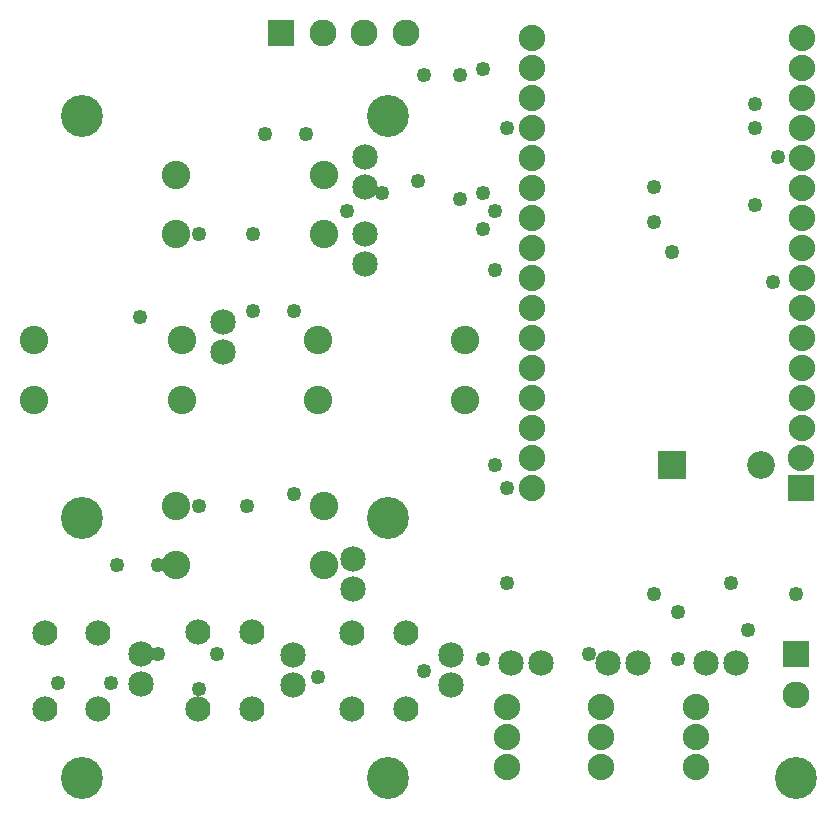
<source format=gbs>
G04 MADE WITH FRITZING*
G04 WWW.FRITZING.ORG*
G04 DOUBLE SIDED*
G04 HOLES PLATED*
G04 CONTOUR ON CENTER OF CONTOUR VECTOR*
%ASAXBY*%
%FSLAX23Y23*%
%MOIN*%
%OFA0B0*%
%SFA1.0B1.0*%
%ADD10C,0.088000*%
%ADD11C,0.049370*%
%ADD12C,0.090000*%
%ADD13C,0.092000*%
%ADD14C,0.085000*%
%ADD15C,0.095000*%
%ADD16C,0.084000*%
%ADD17C,0.139921*%
%ADD18R,0.088000X0.088000*%
%ADD19R,0.090000X0.090000*%
%ADD20R,0.092000X0.092000*%
%LNMASK0*%
G90*
G70*
G54D10*
X2649Y1065D03*
X1750Y1064D03*
X2649Y1165D03*
X1750Y1164D03*
X2650Y1264D03*
X1750Y1264D03*
X2650Y1364D03*
X1750Y1364D03*
X2650Y1464D03*
X1750Y1464D03*
X2650Y1564D03*
X1750Y1564D03*
X2650Y1664D03*
X1750Y1664D03*
X2650Y1764D03*
X1750Y1764D03*
X2650Y1864D03*
X1750Y1864D03*
X2650Y1964D03*
X1750Y1964D03*
X2650Y2064D03*
X1750Y2064D03*
X2650Y2164D03*
X1750Y2164D03*
X2650Y2264D03*
X1750Y2264D03*
X2650Y2364D03*
X2650Y2464D03*
X2650Y2564D03*
X1750Y2364D03*
X1750Y2464D03*
X1750Y2564D03*
X1667Y336D03*
X1667Y236D03*
X1667Y136D03*
X1982Y336D03*
X1982Y236D03*
X1982Y136D03*
X2297Y336D03*
X2297Y236D03*
X2297Y136D03*
G54D11*
X860Y2246D03*
X998Y2246D03*
X1135Y1989D03*
X1627Y1989D03*
X1510Y2029D03*
X1253Y2049D03*
X1392Y2442D03*
X1510Y2442D03*
X1372Y2087D03*
X2572Y2167D03*
X1589Y2463D03*
X1589Y2048D03*
X1589Y1930D03*
X446Y1635D03*
X367Y808D03*
X505Y808D03*
X348Y415D03*
X170Y415D03*
X821Y1911D03*
X643Y1911D03*
X821Y1656D03*
X959Y1656D03*
X643Y1005D03*
X802Y1005D03*
X643Y394D03*
X505Y513D03*
X702Y513D03*
X1667Y2265D03*
X1391Y454D03*
X2494Y2010D03*
X2494Y2265D03*
X1667Y1064D03*
X1667Y749D03*
X2238Y651D03*
X2238Y494D03*
X1588Y494D03*
X2554Y1753D03*
X2415Y749D03*
X1942Y513D03*
G54D12*
X2632Y513D03*
X2632Y375D03*
G54D11*
X2159Y711D03*
X2159Y2069D03*
X2159Y1951D03*
X2494Y2344D03*
X2219Y1851D03*
X2473Y591D03*
G54D13*
X2218Y1143D03*
X2516Y1143D03*
X2218Y1143D03*
X2516Y1143D03*
G54D11*
X2631Y711D03*
X1627Y1792D03*
X1627Y1142D03*
X959Y1046D03*
X1038Y435D03*
G54D12*
X916Y2583D03*
X1054Y2583D03*
X1192Y2583D03*
X1330Y2583D03*
G54D14*
X2105Y483D03*
X2005Y483D03*
X1195Y2068D03*
X1195Y2168D03*
X1195Y1911D03*
X1195Y1811D03*
X1155Y730D03*
X1155Y830D03*
X722Y1517D03*
X722Y1617D03*
X1480Y508D03*
X1480Y408D03*
X955Y508D03*
X955Y408D03*
X447Y513D03*
X447Y413D03*
X1780Y483D03*
X1680Y483D03*
X2430Y483D03*
X2330Y483D03*
G54D15*
X1057Y1005D03*
X1057Y809D03*
X565Y809D03*
X565Y1005D03*
X1057Y1005D03*
X1057Y809D03*
X565Y809D03*
X565Y1005D03*
X1057Y1005D03*
X1057Y809D03*
X565Y809D03*
X565Y1005D03*
X1529Y1557D03*
X1529Y1360D03*
X1037Y1360D03*
X1037Y1557D03*
X1529Y1557D03*
X1529Y1360D03*
X1037Y1360D03*
X1037Y1557D03*
X1529Y1557D03*
X1529Y1360D03*
X1037Y1360D03*
X1037Y1557D03*
X584Y1557D03*
X584Y1360D03*
X92Y1360D03*
X92Y1557D03*
X584Y1557D03*
X584Y1360D03*
X92Y1360D03*
X92Y1557D03*
X584Y1557D03*
X584Y1360D03*
X92Y1360D03*
X92Y1557D03*
X1057Y2108D03*
X1057Y1911D03*
X565Y1911D03*
X565Y2108D03*
X1057Y2108D03*
X1057Y1911D03*
X565Y1911D03*
X565Y2108D03*
X1057Y2108D03*
X1057Y1911D03*
X565Y1911D03*
X565Y2108D03*
G54D16*
X305Y327D03*
X305Y583D03*
X127Y327D03*
X127Y583D03*
X305Y327D03*
X305Y583D03*
X127Y327D03*
X127Y583D03*
X305Y327D03*
X305Y583D03*
X127Y327D03*
X127Y583D03*
X817Y328D03*
X817Y584D03*
X639Y328D03*
X639Y584D03*
X817Y328D03*
X817Y584D03*
X639Y328D03*
X639Y584D03*
X817Y328D03*
X817Y584D03*
X639Y328D03*
X639Y584D03*
X1330Y327D03*
X1330Y583D03*
X1152Y327D03*
X1152Y583D03*
X1330Y327D03*
X1330Y583D03*
X1152Y327D03*
X1152Y583D03*
X1330Y327D03*
X1330Y583D03*
X1152Y327D03*
X1152Y583D03*
G54D17*
X2632Y100D03*
X1273Y100D03*
X250Y100D03*
X1273Y966D03*
X250Y966D03*
X1273Y2305D03*
X250Y2305D03*
G54D18*
X2649Y1065D03*
G54D19*
X2632Y513D03*
G54D20*
X2217Y1143D03*
X2217Y1143D03*
G54D19*
X916Y2583D03*
G04 End of Mask0*
M02*
</source>
